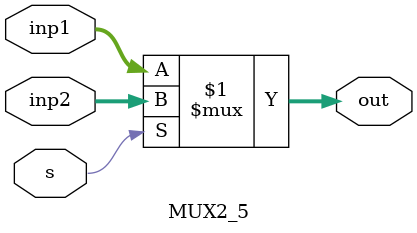
<source format=v>
module MUX2_5(inp1,inp2,s,out);
    input [4:0] inp1,inp2;
    input s; 
    output wire [4:0] out;
    assign out = s ? inp2 : inp1;
endmodule

</source>
